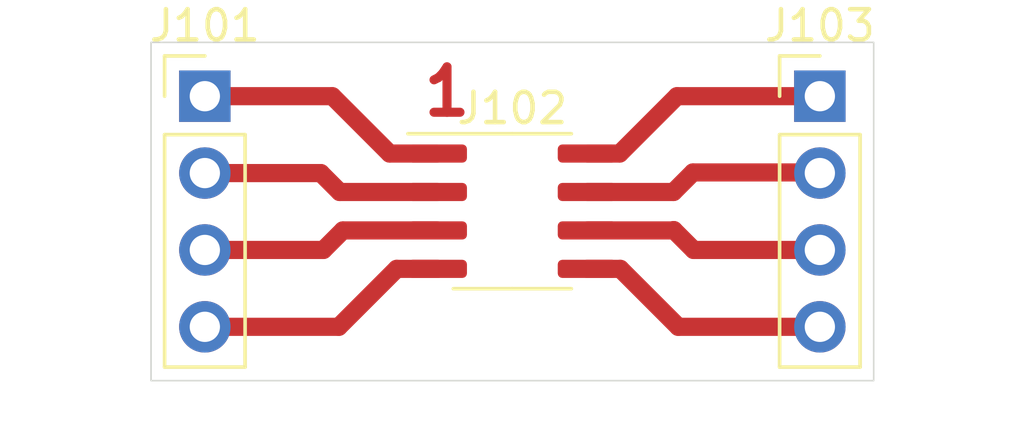
<source format=kicad_pcb>
(kicad_pcb (version 20211014) (generator pcbnew)
  (layers (0 "F.Cu" signal) (31 "B.Cu" signal) (34 "B.Paste" user) (35 "F.Paste" user) (36 "B.SilkS" user "B.Silkscreen") (37 "F.SilkS" user "F.Silkscreen") (38 "B.Mask" user) (39 "F.Mask" user) (44 "Edge.Cuts" user))
  (net 0 "")
  (net 1 "Net-(J101-Pad4)")
  (net 2 "Net-(J101-Pad3)")
  (net 3 "Net-(J101-Pad2)")
  (net 4 "Net-(J101-Pad1)")
  (net 5 "Net-(J102-Pad8)")
  (net 6 "Net-(J102-Pad7)")
  (net 7 "Net-(J102-Pad6)")
  (net 8 "Net-(J102-Pad5)")
  (footprint "Connector_PinHeader_2.54mm:PinHeader_1x04_P2.54mm_Vertical" (layer "F.Cu") (at 143.256 90.297)
    (fp_text reference "J101" (at 0 -2.33) (layer "F.SilkS"))
    (fp_text value "Conn_01x04_Male")
    (fp_line (start 1.33 1.27) (end 1.33 8.95) (layer "F.SilkS") (width 0.12))
    (fp_line (start -1.33 8.95) (end 1.33 8.95) (layer "F.SilkS") (width 0.12))
    (fp_line (start -1.33 0) (end -1.33 -1.33) (layer "F.SilkS") (width 0.12))
    (fp_line (start -1.33 -1.33) (end 0 -1.33) (layer "F.SilkS") (width 0.12))
    (fp_line (start -1.33 1.27) (end 1.33 1.27) (layer "F.SilkS") (width 0.12))
    (fp_line (start -1.33 1.27) (end -1.33 8.95) (layer "F.SilkS") (width 0.12))
    (pad "1" thru_hole rect locked (at 0 0) (size 1.7 1.7) (drill 1) (layers *.Cu *.Mask) (net 4 "Net-(J101-Pad1)"))
    (pad "2" thru_hole oval locked (at 0 2.54) (size 1.7 1.7) (drill 1) (layers *.Cu *.Mask) (net 3 "Net-(J101-Pad2)"))
    (pad "3" thru_hole oval locked (at 0 5.08) (size 1.7 1.7) (drill 1) (layers *.Cu *.Mask) (net 2 "Net-(J101-Pad3)"))
    (pad "4" thru_hole oval locked (at 0 7.62) (size 1.7 1.7) (drill 1) (layers *.Cu *.Mask) (net 1 "Net-(J101-Pad4)"))
  )
  (footprint "Package_SO:SOIC-8_3.9x4.9mm_P1.27mm" (layer "F.Cu") (at 153.416 94.097)
    (fp_text reference "J102" (at 0 -3.4) (layer "F.SilkS"))
    (fp_text value "Conn_02x04_Counter_Clockwise")
    (fp_line (start 0 -2.56) (end -3.45 -2.56) (layer "F.SilkS") (width 0.12))
    (fp_line (start 0 2.56) (end -1.95 2.56) (layer "F.SilkS") (width 0.12))
    (fp_line (start 0 2.56) (end 1.95 2.56) (layer "F.SilkS") (width 0.12))
    (fp_line (start 0 -2.56) (end 1.95 -2.56) (layer "F.SilkS") (width 0.12))
    (pad "1" smd roundrect locked (at -2.475 -1.905) (size 1.95 0.6) (layers "F.Cu" "F.Paste" "F.Mask") (net 4 "Net-(J101-Pad1)"))
    (pad "2" smd roundrect locked (at -2.475 -0.635) (size 1.95 0.6) (layers "F.Cu" "F.Paste" "F.Mask") (net 3 "Net-(J101-Pad2)"))
    (pad "3" smd roundrect locked (at -2.475 0.635) (size 1.95 0.6) (layers "F.Cu" "F.Paste" "F.Mask") (net 2 "Net-(J101-Pad3)"))
    (pad "4" smd roundrect locked (at -2.475 1.905) (size 1.95 0.6) (layers "F.Cu" "F.Paste" "F.Mask") (net 1 "Net-(J101-Pad4)"))
    (pad "5" smd roundrect locked (at 2.475 1.905) (size 1.95 0.6) (layers "F.Cu" "F.Paste" "F.Mask") (net 8 "Net-(J102-Pad5)"))
    (pad "6" smd roundrect locked (at 2.475 0.635) (size 1.95 0.6) (layers "F.Cu" "F.Paste" "F.Mask") (net 7 "Net-(J102-Pad6)"))
    (pad "7" smd roundrect locked (at 2.475 -0.635) (size 1.95 0.6) (layers "F.Cu" "F.Paste" "F.Mask") (net 6 "Net-(J102-Pad7)"))
    (pad "8" smd roundrect locked (at 2.475 -1.905) (size 1.95 0.6) (layers "F.Cu" "F.Paste" "F.Mask") (net 5 "Net-(J102-Pad8)"))
  )
  (footprint "Connector_PinHeader_2.54mm:PinHeader_1x04_P2.54mm_Vertical" (layer "F.Cu") (at 163.576 90.297)
    (fp_text reference "J103" (at 0 -2.33) (layer "F.SilkS"))
    (fp_text value "Conn_01x04_Male")
    (fp_line (start -1.33 -1.33) (end 0 -1.33) (layer "F.SilkS") (width 0.12))
    (fp_line (start -1.33 1.27) (end 1.33 1.27) (layer "F.SilkS") (width 0.12))
    (fp_line (start -1.33 1.27) (end -1.33 8.95) (layer "F.SilkS") (width 0.12))
    (fp_line (start 1.33 1.27) (end 1.33 8.95) (layer "F.SilkS") (width 0.12))
    (fp_line (start -1.33 0) (end -1.33 -1.33) (layer "F.SilkS") (width 0.12))
    (fp_line (start -1.33 8.95) (end 1.33 8.95) (layer "F.SilkS") (width 0.12))
    (pad "1" thru_hole rect locked (at 0 0) (size 1.7 1.7) (drill 1) (layers *.Cu *.Mask) (net 5 "Net-(J102-Pad8)"))
    (pad "2" thru_hole oval locked (at 0 2.54) (size 1.7 1.7) (drill 1) (layers *.Cu *.Mask) (net 6 "Net-(J102-Pad7)"))
    (pad "3" thru_hole oval locked (at 0 5.08) (size 1.7 1.7) (drill 1) (layers *.Cu *.Mask) (net 7 "Net-(J102-Pad6)"))
    (pad "4" thru_hole oval locked (at 0 7.62) (size 1.7 1.7) (drill 1) (layers *.Cu *.Mask) (net 8 "Net-(J102-Pad5)"))
  )
  (gr_rect (start 141.478 88.519) (end 165.354 99.695) (layer "Edge.Cuts") (width 0.05) (fill none))
  (gr_text "1" (at 151.257 90.149) (layer "F.Cu") (effects (font (size 1.5 1.5) (thickness 0.3))))
  (segment (start 147.68 97.917) (end 149.595 96.002) (width 0.6) (layer "F.Cu") (net 1))
  (segment (start 149.595 96.002) (end 150.941 96.002) (width 0.6) (layer "F.Cu") (net 1))
  (segment (start 143.256 97.917) (end 147.68 97.917) (width 0.6) (layer "F.Cu") (net 1))
  (segment (start 147.172 95.377) (end 143.256 95.377) (width 0.6) (layer "F.Cu") (net 2))
  (segment (start 147.817 94.732) (end 147.172 95.377) (width 0.6) (layer "F.Cu") (net 2))
  (segment (start 150.941 94.732) (end 147.817 94.732) (width 0.6) (layer "F.Cu") (net 2))
  (segment (start 147.712 93.462) (end 150.941 93.462) (width 0.6) (layer "F.Cu") (net 3))
  (segment (start 143.256 92.837) (end 147.087 92.837) (width 0.6) (layer "F.Cu") (net 3))
  (segment (start 147.087 92.837) (end 147.712 93.462) (width 0.6) (layer "F.Cu") (net 3))
  (segment (start 149.363 92.192) (end 147.468 90.297) (width 0.6) (layer "F.Cu") (net 4))
  (segment (start 150.941 92.192) (end 149.363 92.192) (width 0.6) (layer "F.Cu") (net 4))
  (segment (start 147.468 90.297) (end 143.256 90.297) (width 0.6) (layer "F.Cu") (net 4))
  (segment (start 156.961 92.192) (end 155.891 92.192) (width 0.6) (layer "F.Cu") (net 5))
  (segment (start 158.856 90.297) (end 156.961 92.192) (width 0.6) (layer "F.Cu") (net 5))
  (segment (start 163.576 90.297) (end 158.856 90.297) (width 0.6) (layer "F.Cu") (net 5))
  (segment (start 155.891 93.462) (end 158.739 93.462) (width 0.6) (layer "F.Cu") (net 6))
  (segment (start 158.739 93.462) (end 159.385 92.816) (width 0.6) (layer "F.Cu") (net 6))
  (segment (start 159.385 92.816) (end 163.703 92.816) (width 0.6) (layer "F.Cu") (net 6))
  (segment (start 155.891 94.732) (end 158.739 94.732) (width 0.6) (layer "F.Cu") (net 7))
  (segment (start 159.406 95.377) (end 163.576 95.377) (width 0.6) (layer "F.Cu") (net 7))
  (segment (start 158.739 94.732) (end 158.75 94.721) (width 0.6) (layer "F.Cu") (net 7))
  (segment (start 158.75 94.721) (end 159.406 95.377) (width 0.6) (layer "F.Cu") (net 7))
  (segment (start 163.576 97.917) (end 158.898 97.917) (width 0.6) (layer "F.Cu") (net 8))
  (segment (start 158.898 97.917) (end 156.983 96.002) (width 0.6) (layer "F.Cu") (net 8))
  (segment (start 156.983 96.002) (end 155.891 96.002) (width 0.6) (layer "F.Cu") (net 8))
)
</source>
